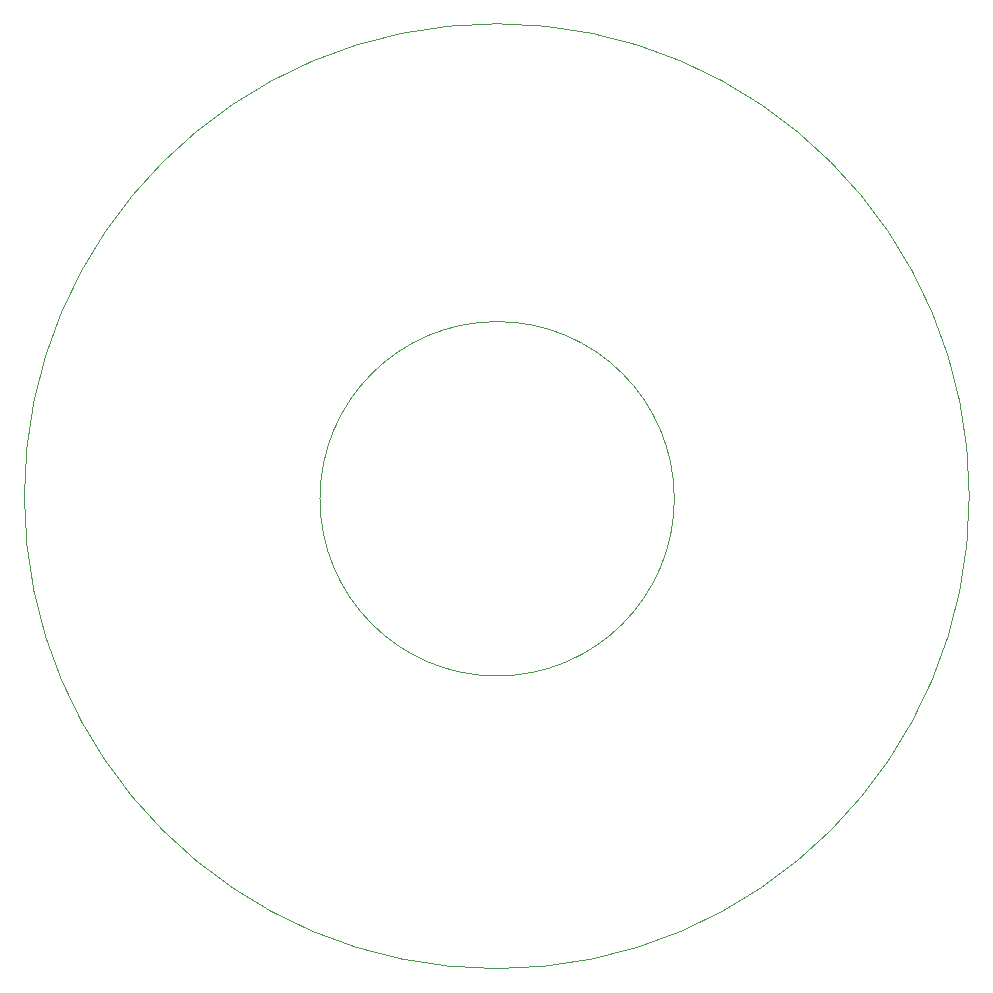
<source format=gm1>
G04 #@! TF.GenerationSoftware,KiCad,Pcbnew,(5.1.6)-1*
G04 #@! TF.CreationDate,2020-09-10T18:56:50+07:00*
G04 #@! TF.ProjectId,Kicad_Valve-hardware,4b696361-645f-4566-916c-76652d686172,rev?*
G04 #@! TF.SameCoordinates,Original*
G04 #@! TF.FileFunction,Profile,NP*
%FSLAX46Y46*%
G04 Gerber Fmt 4.6, Leading zero omitted, Abs format (unit mm)*
G04 Created by KiCad (PCBNEW (5.1.6)-1) date 2020-09-10 18:56:50*
%MOMM*%
%LPD*%
G01*
G04 APERTURE LIST*
G04 #@! TA.AperFunction,Profile*
%ADD10C,0.120000*%
G04 #@! TD*
G04 APERTURE END LIST*
D10*
X250000000Y-100000000D02*
G75*
G03*
X250000000Y-100000000I-15000000J0D01*
G01*
X274972120Y-99782940D02*
G75*
G03*
X274972120Y-99782940I-40000000J0D01*
G01*
M02*

</source>
